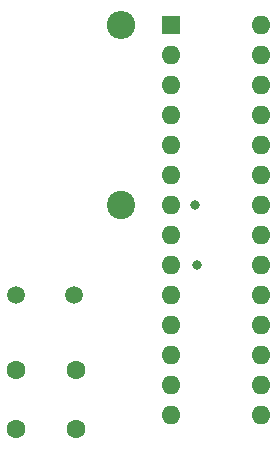
<source format=gbr>
%TF.GenerationSoftware,KiCad,Pcbnew,5.1.9-73d0e3b20d~88~ubuntu18.04.1*%
%TF.CreationDate,2021-02-09T13:12:28+05:30*%
%TF.ProjectId,temperature_sensor_atmega328,74656d70-6572-4617-9475-72655f73656e,rev?*%
%TF.SameCoordinates,Original*%
%TF.FileFunction,Copper,L2,Bot*%
%TF.FilePolarity,Positive*%
%FSLAX46Y46*%
G04 Gerber Fmt 4.6, Leading zero omitted, Abs format (unit mm)*
G04 Created by KiCad (PCBNEW 5.1.9-73d0e3b20d~88~ubuntu18.04.1) date 2021-02-09 13:12:28*
%MOMM*%
%LPD*%
G01*
G04 APERTURE LIST*
%TA.AperFunction,ComponentPad*%
%ADD10O,1.600000X1.600000*%
%TD*%
%TA.AperFunction,ComponentPad*%
%ADD11R,1.600000X1.600000*%
%TD*%
%TA.AperFunction,ComponentPad*%
%ADD12O,2.400000X2.400000*%
%TD*%
%TA.AperFunction,ComponentPad*%
%ADD13C,2.400000*%
%TD*%
%TA.AperFunction,ComponentPad*%
%ADD14C,1.500000*%
%TD*%
%TA.AperFunction,ComponentPad*%
%ADD15C,1.600000*%
%TD*%
%TA.AperFunction,ViaPad*%
%ADD16C,0.800000*%
%TD*%
G04 APERTURE END LIST*
D10*
%TO.P,U1,28*%
%TO.N,Net-(U1-Pad28)*%
X143890000Y-57200000D03*
%TO.P,U1,14*%
%TO.N,Net-(U1-Pad14)*%
X136270000Y-90220000D03*
%TO.P,U1,27*%
%TO.N,Net-(U1-Pad27)*%
X143890000Y-59740000D03*
%TO.P,U1,13*%
%TO.N,Net-(U1-Pad13)*%
X136270000Y-87680000D03*
%TO.P,U1,26*%
%TO.N,Net-(U1-Pad26)*%
X143890000Y-62280000D03*
%TO.P,U1,12*%
%TO.N,Net-(U1-Pad12)*%
X136270000Y-85140000D03*
%TO.P,U1,25*%
%TO.N,Net-(U1-Pad25)*%
X143890000Y-64820000D03*
%TO.P,U1,11*%
%TO.N,Net-(U1-Pad11)*%
X136270000Y-82600000D03*
%TO.P,U1,24*%
%TO.N,Net-(U1-Pad24)*%
X143890000Y-67360000D03*
%TO.P,U1,10*%
%TO.N,Net-(C2-Pad1)*%
X136270000Y-80060000D03*
%TO.P,U1,23*%
%TO.N,Net-(U1-Pad23)*%
X143890000Y-69900000D03*
%TO.P,U1,9*%
%TO.N,Net-(C1-Pad1)*%
X136270000Y-77520000D03*
%TO.P,U1,22*%
%TO.N,Net-(C1-Pad2)*%
X143890000Y-72440000D03*
%TO.P,U1,8*%
X136270000Y-74980000D03*
%TO.P,U1,21*%
%TO.N,Net-(U1-Pad21)*%
X143890000Y-74980000D03*
%TO.P,U1,7*%
%TO.N,Net-(R1-Pad1)*%
X136270000Y-72440000D03*
%TO.P,U1,20*%
X143890000Y-77520000D03*
%TO.P,U1,6*%
%TO.N,Net-(U1-Pad6)*%
X136270000Y-69900000D03*
%TO.P,U1,19*%
%TO.N,Net-(U1-Pad19)*%
X143890000Y-80060000D03*
%TO.P,U1,5*%
%TO.N,Net-(U1-Pad5)*%
X136270000Y-67360000D03*
%TO.P,U1,18*%
%TO.N,Net-(U1-Pad18)*%
X143890000Y-82600000D03*
%TO.P,U1,4*%
%TO.N,Net-(U1-Pad4)*%
X136270000Y-64820000D03*
%TO.P,U1,17*%
%TO.N,Net-(U1-Pad17)*%
X143890000Y-85140000D03*
%TO.P,U1,3*%
%TO.N,Net-(U1-Pad3)*%
X136270000Y-62280000D03*
%TO.P,U1,16*%
%TO.N,Net-(U1-Pad16)*%
X143890000Y-87680000D03*
%TO.P,U1,2*%
%TO.N,Net-(U1-Pad2)*%
X136270000Y-59740000D03*
%TO.P,U1,15*%
%TO.N,Net-(U1-Pad15)*%
X143890000Y-90220000D03*
D11*
%TO.P,U1,1*%
%TO.N,Net-(R1-Pad2)*%
X136270000Y-57200000D03*
%TD*%
D12*
%TO.P,R1,2*%
%TO.N,Net-(R1-Pad2)*%
X132080000Y-57150000D03*
D13*
%TO.P,R1,1*%
%TO.N,Net-(R1-Pad1)*%
X132080000Y-72390000D03*
%TD*%
D14*
%TO.P,Y1,2*%
%TO.N,Net-(C2-Pad1)*%
X128070000Y-80010000D03*
%TO.P,Y1,1*%
%TO.N,Net-(C1-Pad1)*%
X123190000Y-80010000D03*
%TD*%
D15*
%TO.P,C2,2*%
%TO.N,Net-(C1-Pad2)*%
X128270000Y-91360000D03*
%TO.P,C2,1*%
%TO.N,Net-(C2-Pad1)*%
X128270000Y-86360000D03*
%TD*%
%TO.P,C1,2*%
%TO.N,Net-(C1-Pad2)*%
X123190000Y-91360000D03*
%TO.P,C1,1*%
%TO.N,Net-(C1-Pad1)*%
X123190000Y-86360000D03*
%TD*%
D16*
%TO.N,Net-(R1-Pad1)*%
X138480000Y-77520000D03*
X138380000Y-72440000D03*
%TD*%
M02*

</source>
